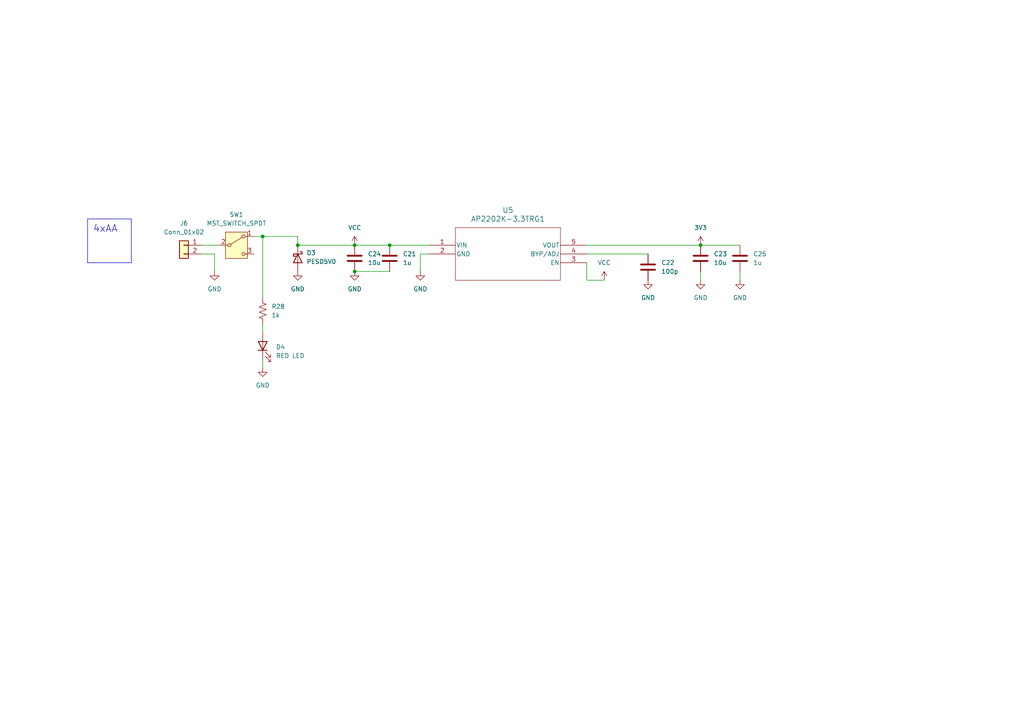
<source format=kicad_sch>
(kicad_sch (version 20231120) (generator "eeschema") (generator_version "8.0")
  (paper "A4")
  (lib_symbols
    (symbol "Connector_Generic:Conn_01x02" (pin_names (offset 1.016) hide)
      (property "Reference" "J" (at 0 2.54 0))
      (property "Value" "Conn_01x02" (at 0 -5.08 0))
      (symbol "Conn_01x02_1_1"
        (rectangle (start -1.27 -2.413) (end 0 -2.667) (stroke (width 0.1524)))
        (rectangle (start -1.27 0.127) (end 0 -0.127) (stroke (width 0.1524)))
        (rectangle (start -1.27 1.27) (end 1.27 -3.81) (stroke (width 0.254)) (fill (type background)))
        (pin passive line (at -5.08 0 0) (length 3.81) (name "Pin_1") (number "1"))
        (pin passive line (at -5.08 -2.54 0) (length 3.81) (name "Pin_2") (number "2"))
      )
    )
    (symbol "Device:C" (pin_numbers hide) (pin_names (offset 0.254))
      (property "Reference" "C" (at 0.635 2.54 0))
      (property "Value" "C" (at 0.635 -2.54 0))
      (symbol "C_0_1"
        (polyline (pts (xy -2.032 -0.762) (xy 2.032 -0.762)) (stroke (width 0.508)))
        (polyline (pts (xy -2.032 0.762) (xy 2.032 0.762)) (stroke (width 0.508)))
      )
      (symbol "C_1_1"
        (pin passive line (at 0 3.81 270) (length 2.794) (name "~") (number "1"))
        (pin passive line (at 0 -3.81 90) (length 2.794) (name "~") (number "2"))
      )
    )
    (symbol "Device:LED" (pin_numbers hide) (pin_names (offset 1.016) hide)
      (property "Reference" "D" (at 0 2.54 0))
      (property "Value" "LED" (at 0 -2.54 0))
      (symbol "LED_0_1"
        (polyline (pts (xy -1.27 -1.27) (xy -1.27 1.27)) (stroke (width 0.254)))
        (polyline (pts (xy -1.27 0) (xy 1.27 0)))
        (polyline (pts (xy 1.27 -1.27) (xy 1.27 1.27) (xy -1.27 0) (xy 1.27 -1.27)) (stroke (width 0.254)))
        (polyline (pts (xy -3.048 -0.762) (xy -4.572 -2.286) (xy -3.81 -2.286) (xy -4.572 -2.286) (xy -4.572 -1.524)))
        (polyline (pts (xy -1.778 -0.762) (xy -3.302 -2.286) (xy -2.54 -2.286) (xy -3.302 -2.286) (xy -3.302 -1.524)))
      )
      (symbol "LED_1_1"
        (pin passive line (at -3.81 0 0) (length 2.54) (name "K") (number "1"))
        (pin passive line (at 3.81 0 180) (length 2.54) (name "A") (number "2"))
      )
    )
    (symbol "Device:R_US" (pin_numbers hide) (pin_names (offset 0))
      (property "Reference" "R" (at 2.54 0 90))
      (property "Value" "R_US" (at -2.54 0 90))
      (symbol "R_US_0_1"
        (polyline (pts (xy 0 -2.286) (xy 0 -2.54)))
        (polyline (pts (xy 0 2.286) (xy 0 2.54)))
        (polyline (pts (xy 0 -0.762) (xy 1.016 -1.143) (xy 0 -1.524) (xy -1.016 -1.905) (xy 0 -2.286)))
        (polyline (pts (xy 0 0.762) (xy 1.016 0.381) (xy 0 0) (xy -1.016 -0.381) (xy 0 -0.762)))
        (polyline (pts (xy 0 2.286) (xy 1.016 1.905) (xy 0 1.524) (xy -1.016 1.143) (xy 0 0.762)))
      )
      (symbol "R_US_1_1"
        (pin passive line (at 0 3.81 270) (length 1.27) (name "~") (number "1"))
        (pin passive line (at 0 -3.81 90) (length 1.27) (name "~") (number "2"))
      )
    )
    (symbol "Diode:BAT54J" (pin_numbers hide) (pin_names (offset 1.016) hide)
      (property "Reference" "D" (at 0 2.54 0))
      (property "Value" "BAT54J" (at 0 -2.54 0))
      (symbol "BAT54J_0_1"
        (polyline (pts (xy 1.27 0) (xy -1.27 0)))
        (polyline (pts (xy 1.27 1.27) (xy 1.27 -1.27) (xy -1.27 0) (xy 1.27 1.27)) (stroke (width 0.254)))
        (polyline (pts (xy -1.905 0.635) (xy -1.905 1.27) (xy -1.27 1.27) (xy -1.27 -1.27) (xy -0.635 -1.27) (xy -0.635 -0.635)) (stroke (width 0.254)))
      )
      (symbol "BAT54J_1_1"
        (pin passive line (at -3.81 0 0) (length 2.54) (name "K") (number "1"))
        (pin passive line (at 3.81 0 180) (length 2.54) (name "A") (number "2"))
      )
    )
    (symbol "New_Library:AP2202K-3.3TRG1" (pin_names (offset 0.254))
      (property "Reference" "U" (at 22.86 10.16 0))
      (property "Value" "AP2202K-3.3TRG1" (at 22.86 7.62 0))
      (symbol "AP2202K-3.3TRG1_0_1"
        (polyline (pts (xy 7.62 -10.16) (xy 38.1 -10.16)) (stroke (width 0.127)))
        (polyline (pts (xy 7.62 5.08) (xy 7.62 -10.16)) (stroke (width 0.127)))
        (polyline (pts (xy 38.1 -10.16) (xy 38.1 5.08)) (stroke (width 0.127)))
        (polyline (pts (xy 38.1 5.08) (xy 7.62 5.08)) (stroke (width 0.127)))
        (pin input line (at 0 0 0) (length 7.62) (name "VIN") (number "1"))
        (pin power_out line (at 0 -2.54 0) (length 7.62) (name "GND") (number "2"))
        (pin input line (at 45.72 -5.08 180) (length 7.62) (name "EN") (number "3"))
        (pin output line (at 45.72 -2.54 180) (length 7.62) (name "BYP/ADJ") (number "4"))
        (pin output line (at 45.72 0 180) (length 7.62) (name "VOUT") (number "5"))
      )
    )
    (symbol "New_Library:MST_SWITCH_SPDT" (pin_names (offset 0) hide)
      (property "Reference" "SW" (at 0 5.08 0))
      (property "Value" "MST_SWITCH_SPDT" (at 0 -5.08 0))
      (symbol "MST_SWITCH_SPDT_0_1"
        (circle (center -2.032 0) (radius 0.4572))
        (polyline (pts (xy -1.651 0.254) (xy 1.651 2.286)))
        (circle (center 2.032 -2.54) (radius 0.4572))
        (circle (center 2.032 2.54) (radius 0.4572))
      )
      (symbol "MST_SWITCH_SPDT_1_1"
        (rectangle (start -3.175 3.81) (end 3.175 -3.81) (fill (type background)))
        (pin passive line (at 5.08 2.54 180) (length 2.54) (name "A") (number "1"))
        (pin passive line (at -5.08 0 0) (length 2.54) (name "B") (number "2"))
        (pin passive line (at 5.08 -2.54 180) (length 2.54) (name "C") (number "3"))
      )
    )
    (symbol "power:GND" (power) (pin_numbers hide) (pin_names (offset 0) hide)
      (property "Value" "GND" (at 0 -3.81 0))
      (symbol "GND_0_1"
        (polyline (pts (xy 0 0) (xy 0 -1.27) (xy 1.27 -1.27) (xy 0 -2.54) (xy -1.27 -1.27) (xy 0 -1.27)))
      )
      (symbol "GND_1_1"
        (pin power_in line (at 0 0 270) (length 0) (name "~") (number "1"))
      )
    )
    (symbol "power:VCC" (power) (pin_numbers hide) (pin_names (offset 0) hide)
      (property "Value" "VCC" (at 0 3.556 0))
      (symbol "VCC_0_1"
        (polyline (pts (xy -0.762 1.27) (xy 0 2.54)))
        (polyline (pts (xy 0 0) (xy 0 2.54)))
        (polyline (pts (xy 0 2.54) (xy 0.762 1.27)))
      )
      (symbol "VCC_1_1"
        (pin power_in line (at 0 0 90) (length 0) (name "~") (number "1"))
      )
    )
  )
  (junction (at 203.2 71.12))
  (junction (at 102.87 78.74))
  (junction (at 102.87 71.12))
  (junction (at 113.03 71.12))
  (junction (at 76.2 68.58))
  (junction (at 86.36 71.12))
  (wire (pts (xy 62.23 73.66) (xy 58.42 73.66)))
  (wire (pts (xy 170.18 81.28) (xy 175.26 81.28)))
  (wire (pts (xy 76.2 68.58) (xy 86.36 68.58)))
  (wire (pts (xy 113.03 78.74) (xy 102.87 78.74)))
  (wire (pts (xy 203.2 71.12) (xy 214.63 71.12)))
  (wire (pts (xy 170.18 73.66) (xy 187.96 73.66)))
  (wire (pts (xy 76.2 68.58) (xy 76.2 86.36)))
  (wire (pts (xy 214.63 78.74) (xy 214.63 81.28)))
  (wire (pts (xy 86.36 71.12) (xy 102.87 71.12)))
  (wire (pts (xy 203.2 78.74) (xy 203.2 81.28)))
  (wire (pts (xy 121.92 73.66) (xy 124.46 73.66)))
  (wire (pts (xy 58.42 71.12) (xy 63.5 71.12)))
  (wire (pts (xy 170.18 76.2) (xy 170.18 81.28)))
  (wire (pts (xy 86.36 68.58) (xy 86.36 71.12)))
  (wire (pts (xy 76.2 93.98) (xy 76.2 96.52)))
  (wire (pts (xy 170.18 71.12) (xy 203.2 71.12)))
  (wire (pts (xy 113.03 71.12) (xy 124.46 71.12)))
  (wire (pts (xy 121.92 73.66) (xy 121.92 78.74)))
  (wire (pts (xy 76.2 104.14) (xy 76.2 106.68)))
  (wire (pts (xy 102.87 71.12) (xy 113.03 71.12)))
  (wire (pts (xy 62.23 78.74) (xy 62.23 73.66)))
  (wire (pts (xy 73.66 68.58) (xy 76.2 68.58)))
  (text_box "4xAA" (at 25.4 63.5 0) (size 12.7 12.7) (effects (font (size 2.032 2.032)) (justify left top)))
  (symbol (lib_id "power:GND") (at 214.63 81.28 0) (unit 1)
    (property "Reference" "#PWR038" (effects (hide yes)))
    (property "Value" "GND" (at 214.63 86.36 0))
    (property "Description" "Power symbol creates a global label with name \"GND\" , ground" (effects (hide yes)))
  )
  (symbol (lib_id "power:GND") (at 121.92 78.74 0) (unit 1)
    (property "Reference" "#PWR030" (effects (hide yes)))
    (property "Value" "GND" (at 121.92 83.82 0))
    (property "Description" "Power symbol creates a global label with name \"GND\" , ground" (effects (hide yes)))
  )
  (symbol (lib_id "power:VCC") (at 175.26 81.28 0) (unit 1)
    (property "Reference" "#PWR036" (effects (hide yes)))
    (property "Value" "VCC" (at 175.26 76.2 0))
    (property "Description" "Power symbol creates a global label with name \"VCC\"" (effects (hide yes)))
  )
  (symbol (lib_id "Device:C") (at 214.63 74.93 0) (unit 1)
    (property "Reference" "C25" (at 218.44 73.6599 0) (effects (justify left)))
    (property "Value" "1u" (at 218.44 76.1999 0) (effects (justify left)))
    (property "Footprint" "Capacitor_SMD:C_0603_1608Metric_Pad1.08x0.95mm_HandSolder" (effects (hide yes)))
    (property "Description" "Unpolarized capacitor" (effects (hide yes)))
  )
  (symbol (lib_id "Device:C") (at 102.87 74.93 0) (unit 1)
    (property "Reference" "C24" (at 106.68 73.6599 0) (effects (justify left)))
    (property "Value" "10u" (at 106.68 76.1999 0) (effects (justify left)))
    (property "Footprint" "Capacitor_SMD:C_0805_2012Metric_Pad1.18x1.45mm_HandSolder" (effects (hide yes)))
    (property "Description" "Unpolarized capacitor" (effects (hide yes)))
  )
  (symbol (lib_id "power:GND") (at 187.96 81.28 0) (unit 1)
    (property "Reference" "#PWR035" (effects (hide yes)))
    (property "Value" "GND" (at 187.96 86.36 0))
    (property "Description" "Power symbol creates a global label with name \"GND\" , ground" (effects (hide yes)))
  )
  (symbol (lib_id "Device:LED") (at 76.2 100.33 90) (unit 1)
    (property "Reference" "D4" (at 80.01 100.6474 90) (effects (justify right)))
    (property "Value" "RED LED" (at 80.01 103.1874 90) (effects (justify right)))
    (property "Footprint" "LED_SMD:LED_0603_1608Metric_Pad1.05x0.95mm_HandSolder" (effects (hide yes)))
    (property "Description" "Light emitting diode" (effects (hide yes)))
  )
  (symbol (lib_id "power:GND") (at 203.2 81.28 0) (unit 1)
    (property "Reference" "#PWR037" (effects (hide yes)))
    (property "Value" "GND" (at 203.2 86.36 0))
    (property "Description" "Power symbol creates a global label with name \"GND\" , ground" (effects (hide yes)))
  )
  (symbol (lib_id "Device:R_US") (at 76.2 90.17 0) (unit 1)
    (property "Reference" "R28" (at 78.74 88.8999 0) (effects (justify left)))
    (property "Value" "1k" (at 78.74 91.4399 0) (effects (justify left)))
    (property "Footprint" "Resistor_SMD:R_0603_1608Metric_Pad0.98x0.95mm_HandSolder" (effects (hide yes)))
    (property "Description" "Resistor, US symbol" (effects (hide yes)))
  )
  (symbol (lib_id "power:GND") (at 76.2 106.68 0) (unit 1)
    (property "Reference" "#PWR041" (effects (hide yes)))
    (property "Value" "GND" (at 76.2 111.76 0))
    (property "Description" "Power symbol creates a global label with name \"GND\" , ground" (effects (hide yes)))
  )
  (symbol (lib_id "Device:C") (at 203.2 74.93 0) (unit 1)
    (property "Reference" "C23" (at 207.01 73.6599 0) (effects (justify left)))
    (property "Value" "10u" (at 207.01 76.1999 0) (effects (justify left)))
    (property "Footprint" "Capacitor_SMD:C_0805_2012Metric_Pad1.18x1.45mm_HandSolder" (effects (hide yes)))
    (property "Description" "Unpolarized capacitor" (effects (hide yes)))
  )
  (symbol (lib_id "New_Library:MST_SWITCH_SPDT") (at 68.58 71.12 0) (unit 1)
    (property "Reference" "SW1" (at 68.58 62.23 0))
    (property "Value" "MST_SWITCH_SPDT" (at 68.58 64.77 0))
    (property "Footprint" "Library:MST_SWITCH_SPDT" (effects (hide yes)))
    (property "Description" "Switch, single pole double throw" (effects (hide yes)))
  )
  (symbol (lib_id "power:VCC") (at 203.2 71.12 0) (unit 1)
    (property "Reference" "#PWR039" (effects (hide yes)))
    (property "Value" "3V3" (at 203.2 66.04 0))
    (property "Description" "Power symbol creates a global label with name \"VCC\"" (effects (hide yes)))
  )
  (symbol (lib_id "Device:C") (at 187.96 77.47 0) (unit 1)
    (property "Reference" "C22" (at 191.77 76.1999 0) (effects (justify left)))
    (property "Value" "100p" (at 191.77 78.7399 0) (effects (justify left)))
    (property "Footprint" "Capacitor_SMD:C_0603_1608Metric_Pad1.08x0.95mm_HandSolder" (effects (hide yes)))
    (property "Description" "Unpolarized capacitor" (effects (hide yes)))
  )
  (symbol (lib_id "power:VCC") (at 102.87 71.12 0) (unit 1)
    (property "Reference" "#PWR034" (effects (hide yes)))
    (property "Value" "VCC" (at 102.87 66.04 0))
    (property "Description" "Power symbol creates a global label with name \"VCC\"" (effects (hide yes)))
  )
  (symbol (lib_id "power:GND") (at 86.36 78.74 0) (unit 1)
    (property "Reference" "#PWR040" (effects (hide yes)))
    (property "Value" "GND" (at 86.36 83.82 0))
    (property "Description" "Power symbol creates a global label with name \"GND\" , ground" (effects (hide yes)))
  )
  (symbol (lib_id "Device:C") (at 113.03 74.93 0) (unit 1)
    (property "Reference" "C21" (at 116.84 73.6599 0) (effects (justify left)))
    (property "Value" "1u" (at 116.84 76.1999 0) (effects (justify left)))
    (property "Footprint" "Capacitor_SMD:C_0603_1608Metric_Pad1.08x0.95mm_HandSolder" (effects (hide yes)))
    (property "Description" "Unpolarized capacitor" (effects (hide yes)))
  )
  (symbol (lib_id "power:GND") (at 102.87 78.74 0) (unit 1)
    (property "Reference" "#PWR033" (effects (hide yes)))
    (property "Value" "GND" (at 102.87 83.82 0))
    (property "Description" "Power symbol creates a global label with name \"GND\" , ground" (effects (hide yes)))
  )
  (symbol (lib_id "New_Library:AP2202K-3.3TRG1") (at 124.46 71.12 0) (unit 1)
    (property "Reference" "U5" (at 147.32 60.96 0) (effects (font (size 1.524 1.524))))
    (property "Value" "AP2202K-3.3TRG1" (at 147.32 63.5 0) (effects (font (size 1.524 1.524))))
    (property "Footprint" "SOT-23-5_AP2202_DIO" (effects (hide yes)))
    (property "Datasheet" "AP2202K-3.3TRG1" (effects (hide yes)))
  )
  (symbol (lib_id "Diode:BAT54J") (at 86.36 74.93 270) (unit 1)
    (property "Reference" "D3" (at 88.9 73.3424 90) (effects (justify left)))
    (property "Value" "PESD5V0" (at 88.9 75.8824 90) (effects (justify left)))
    (property "Footprint" "Diode_SMD:D_SOD-323F" (effects (hide yes)))
    (property "Datasheet" "https://assets.nexperia.com/documents/data-sheet/BAT54J.pdf" (effects (hide yes)))
    (property "Description" "30V 200mA Schottky diode, SOD-323F" (effects (hide yes)))
  )
  (symbol (lib_id "Connector_Generic:Conn_01x02") (at 53.34 71.12 0) (mirror y) (unit 1)
    (property "Reference" "J6" (at 53.34 64.77 0))
    (property "Value" "Conn_01x02" (at 53.34 67.31 0))
    (property "Footprint" "Connector_PinSocket_2.54mm:PinSocket_1x02_P2.54mm_Vertical" (effects (hide yes)))
    (property "Description" "Generic connector, single row, 01x02, script generated (kicad-library-utils/schlib/autogen/connector/)" (effects (hide yes)))
  )
  (symbol (lib_id "power:GND") (at 62.23 78.74 0) (unit 1)
    (property "Reference" "#PWR029" (effects (hide yes)))
    (property "Value" "GND" (at 62.23 83.82 0))
    (property "Description" "Power symbol creates a global label with name \"GND\" , ground" (effects (hide yes)))
  )
)
</source>
